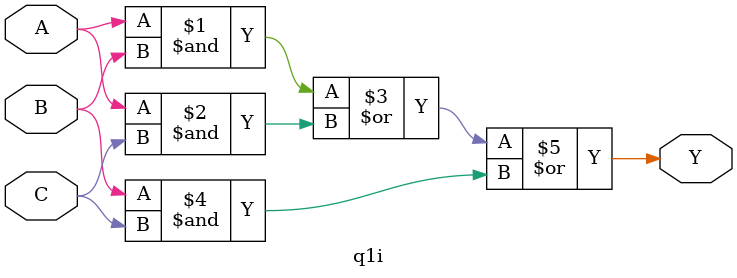
<source format=v>
module q1i(A, B, C, Y);
    input A, B, C;
    output Y;
    assign Y=(A&B)|(A&C)|(B&C);
endmodule
</source>
